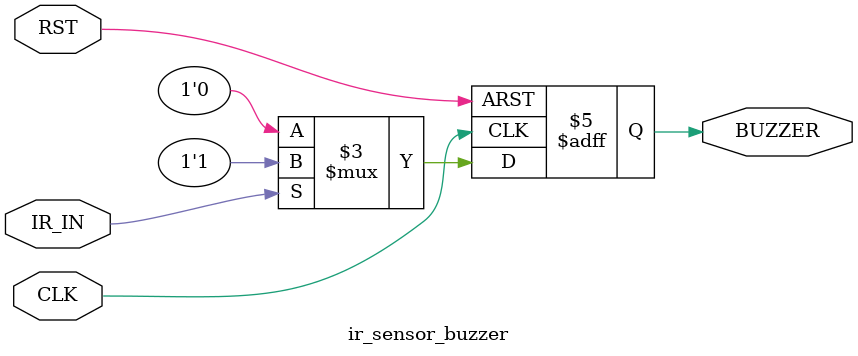
<source format=v>
module ir_sensor_buzzer (
    input wire CLK,       // Clock Signal
    input wire RST,       // Reset Signal
    input wire IR_IN,     // IR Sensor Input (HIGH = Object Detected, LOW = No Object)
    output reg BUZZER     // Buzzer Output
);

always @(posedge CLK or posedge RST) begin
    if (RST)
        BUZZER <= 0;  // Reset Buzzer
    else begin
        if (IR_IN)
            BUZZER <= 1;  // Turn on Buzzer when object is detected
        else
            BUZZER <= 0;  // Turn off Buzzer
    end
end

endmodule

</source>
